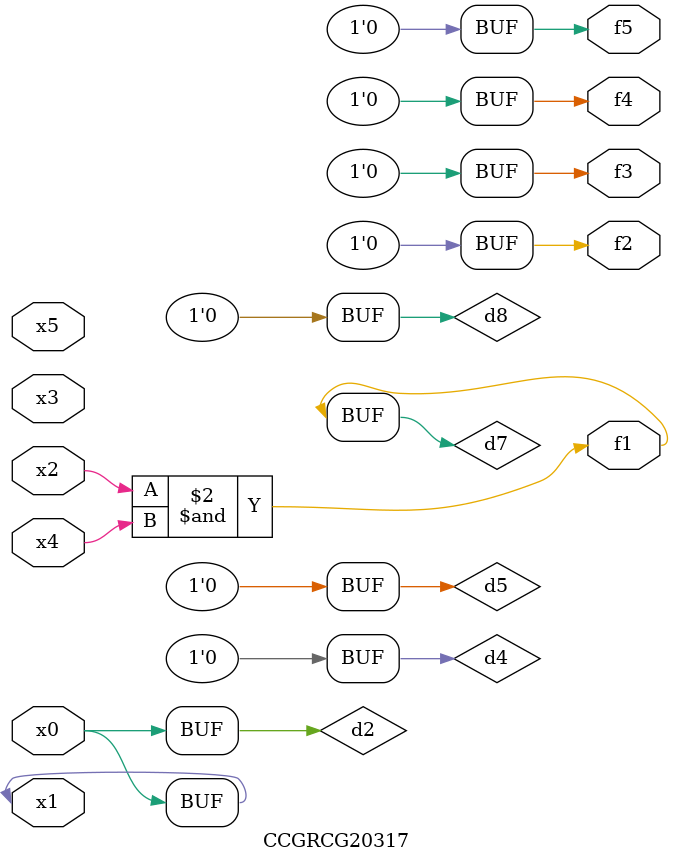
<source format=v>
module CCGRCG20317(
	input x0, x1, x2, x3, x4, x5,
	output f1, f2, f3, f4, f5
);

	wire d1, d2, d3, d4, d5, d6, d7, d8, d9;

	nand (d1, x1);
	buf (d2, x0, x1);
	nand (d3, x2, x4);
	and (d4, d1, d2);
	and (d5, d1, d2);
	nand (d6, d1, d3);
	not (d7, d3);
	xor (d8, d5);
	nor (d9, d5, d6);
	assign f1 = d7;
	assign f2 = d8;
	assign f3 = d8;
	assign f4 = d8;
	assign f5 = d8;
endmodule

</source>
